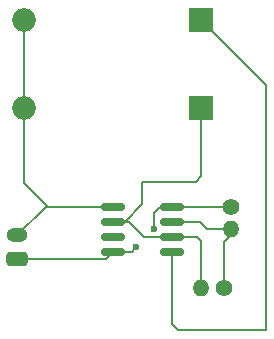
<source format=gbr>
%TF.GenerationSoftware,KiCad,Pcbnew,8.0.7*%
%TF.CreationDate,2024-12-24T07:35:49+05:30*%
%TF.ProjectId,ic555_test,69633535-355f-4746-9573-742e6b696361,rev?*%
%TF.SameCoordinates,Original*%
%TF.FileFunction,Copper,L1,Top*%
%TF.FilePolarity,Positive*%
%FSLAX46Y46*%
G04 Gerber Fmt 4.6, Leading zero omitted, Abs format (unit mm)*
G04 Created by KiCad (PCBNEW 8.0.7) date 2024-12-24 07:35:49*
%MOMM*%
%LPD*%
G01*
G04 APERTURE LIST*
G04 Aperture macros list*
%AMRoundRect*
0 Rectangle with rounded corners*
0 $1 Rounding radius*
0 $2 $3 $4 $5 $6 $7 $8 $9 X,Y pos of 4 corners*
0 Add a 4 corners polygon primitive as box body*
4,1,4,$2,$3,$4,$5,$6,$7,$8,$9,$2,$3,0*
0 Add four circle primitives for the rounded corners*
1,1,$1+$1,$2,$3*
1,1,$1+$1,$4,$5*
1,1,$1+$1,$6,$7*
1,1,$1+$1,$8,$9*
0 Add four rect primitives between the rounded corners*
20,1,$1+$1,$2,$3,$4,$5,0*
20,1,$1+$1,$4,$5,$6,$7,0*
20,1,$1+$1,$6,$7,$8,$9,0*
20,1,$1+$1,$8,$9,$2,$3,0*%
G04 Aperture macros list end*
%TA.AperFunction,SMDPad,CuDef*%
%ADD10RoundRect,0.150000X-0.825000X-0.150000X0.825000X-0.150000X0.825000X0.150000X-0.825000X0.150000X0*%
%TD*%
%TA.AperFunction,ComponentPad*%
%ADD11C,1.400000*%
%TD*%
%TA.AperFunction,ComponentPad*%
%ADD12O,1.400000X1.400000*%
%TD*%
%TA.AperFunction,ComponentPad*%
%ADD13RoundRect,0.300000X0.600000X-0.300000X0.600000X0.300000X-0.600000X0.300000X-0.600000X-0.300000X0*%
%TD*%
%TA.AperFunction,ComponentPad*%
%ADD14O,1.800000X1.200000*%
%TD*%
%TA.AperFunction,ComponentPad*%
%ADD15O,2.000000X2.000000*%
%TD*%
%TA.AperFunction,ComponentPad*%
%ADD16R,2.000000X2.000000*%
%TD*%
%TA.AperFunction,ViaPad*%
%ADD17C,0.600000*%
%TD*%
%TA.AperFunction,Conductor*%
%ADD18C,0.200000*%
%TD*%
G04 APERTURE END LIST*
D10*
%TO.P,U1,1,GND*%
%TO.N,GND*%
X138525000Y-86095000D03*
%TO.P,U1,2,TR*%
%TO.N,Net-(U1-THR)*%
X138525000Y-87365000D03*
%TO.P,U1,3,Q*%
%TO.N,unconnected-(U1-Q-Pad3)*%
X138525000Y-88635000D03*
%TO.P,U1,4,R*%
%TO.N,VCC*%
X138525000Y-89905000D03*
%TO.P,U1,5,CV*%
%TO.N,Net-(U1-CV)*%
X143475000Y-89905000D03*
%TO.P,U1,6,THR*%
%TO.N,Net-(U1-THR)*%
X143475000Y-88635000D03*
%TO.P,U1,7,DIS*%
%TO.N,Net-(U1-DIS)*%
X143475000Y-87365000D03*
%TO.P,U1,8,VCC*%
%TO.N,VCC*%
X143475000Y-86095000D03*
%TD*%
D11*
%TO.P,R2,1*%
%TO.N,Net-(U1-DIS)*%
X147905000Y-93000000D03*
D12*
%TO.P,R2,2*%
%TO.N,Net-(U1-THR)*%
X146005000Y-93000000D03*
%TD*%
D11*
%TO.P,R1,1*%
%TO.N,VCC*%
X148500000Y-86095000D03*
D12*
%TO.P,R1,2*%
%TO.N,Net-(U1-DIS)*%
X148500000Y-87995000D03*
%TD*%
D13*
%TO.P,J1,1,Pin_1*%
%TO.N,VCC*%
X130400000Y-90500000D03*
D14*
%TO.P,J1,2,Pin_2*%
%TO.N,GND*%
X130400000Y-88500000D03*
%TD*%
D15*
%TO.P,C2,2*%
%TO.N,GND*%
X131000000Y-70257500D03*
D16*
%TO.P,C2,1*%
%TO.N,Net-(U1-CV)*%
X146000000Y-70257500D03*
%TD*%
%TO.P,C1,1*%
%TO.N,Net-(U1-THR)*%
X146000000Y-77757500D03*
D15*
%TO.P,C1,2*%
%TO.N,GND*%
X131000000Y-77757500D03*
%TD*%
D17*
%TO.N,VCC*%
X142000000Y-88000000D03*
X140500000Y-89500000D03*
%TD*%
D18*
%TO.N,GND*%
X131000000Y-70257500D02*
X131000000Y-77757500D01*
%TO.N,VCC*%
X142500001Y-86095000D02*
X143475000Y-86095000D01*
X142000000Y-86595001D02*
X142500001Y-86095000D01*
X142000000Y-88000000D02*
X142000000Y-86595001D01*
X140095000Y-89905000D02*
X140500000Y-89500000D01*
X138525000Y-89905000D02*
X140095000Y-89905000D01*
X130400000Y-90500000D02*
X137930000Y-90500000D01*
X137930000Y-90500000D02*
X138525000Y-89905000D01*
%TO.N,GND*%
X131000000Y-84095000D02*
X133000000Y-86095000D01*
X133000000Y-86095000D02*
X138525000Y-86095000D01*
X132805000Y-86095000D02*
X133000000Y-86095000D01*
X131000000Y-77757500D02*
X131000000Y-84095000D01*
X130400000Y-88500000D02*
X132805000Y-86095000D01*
%TO.N,Net-(U1-THR)*%
X146000000Y-83500000D02*
X146000000Y-77757500D01*
X145500000Y-84000000D02*
X146000000Y-83500000D01*
X141000000Y-84000000D02*
X145500000Y-84000000D01*
X139499999Y-87365000D02*
X141000000Y-85864999D01*
X138525000Y-87365000D02*
X139499999Y-87365000D01*
X141000000Y-85864999D02*
X141000000Y-84000000D01*
X141135000Y-88635000D02*
X143475000Y-88635000D01*
X138525000Y-87365000D02*
X139865000Y-87365000D01*
X139865000Y-87365000D02*
X141135000Y-88635000D01*
%TO.N,Net-(U1-DIS)*%
X147905000Y-89095000D02*
X147905000Y-93000000D01*
X148500000Y-88500000D02*
X147905000Y-89095000D01*
X148500000Y-87995000D02*
X148500000Y-88500000D01*
%TO.N,Net-(U1-THR)*%
X146000000Y-89500000D02*
X146005000Y-89505000D01*
X146000000Y-89000000D02*
X146000000Y-89500000D01*
X145635000Y-88635000D02*
X146000000Y-89000000D01*
X143475000Y-88635000D02*
X145635000Y-88635000D01*
X146005000Y-89505000D02*
X146005000Y-93000000D01*
%TO.N,Net-(U1-CV)*%
X151500000Y-75757500D02*
X146000000Y-70257500D01*
X151500000Y-96500000D02*
X151500000Y-75757500D01*
X144000000Y-96500000D02*
X151500000Y-96500000D01*
X143475000Y-95975000D02*
X144000000Y-96500000D01*
X143475000Y-89905000D02*
X143475000Y-95975000D01*
%TO.N,VCC*%
X143475000Y-86095000D02*
X148500000Y-86095000D01*
%TO.N,Net-(U1-DIS)*%
X147005000Y-87995000D02*
X148500000Y-87995000D01*
X146500000Y-88000000D02*
X147000000Y-88000000D01*
X145865000Y-87365000D02*
X146500000Y-88000000D01*
X143475000Y-87365000D02*
X145865000Y-87365000D01*
X147000000Y-88000000D02*
X147005000Y-87995000D01*
%TD*%
M02*

</source>
